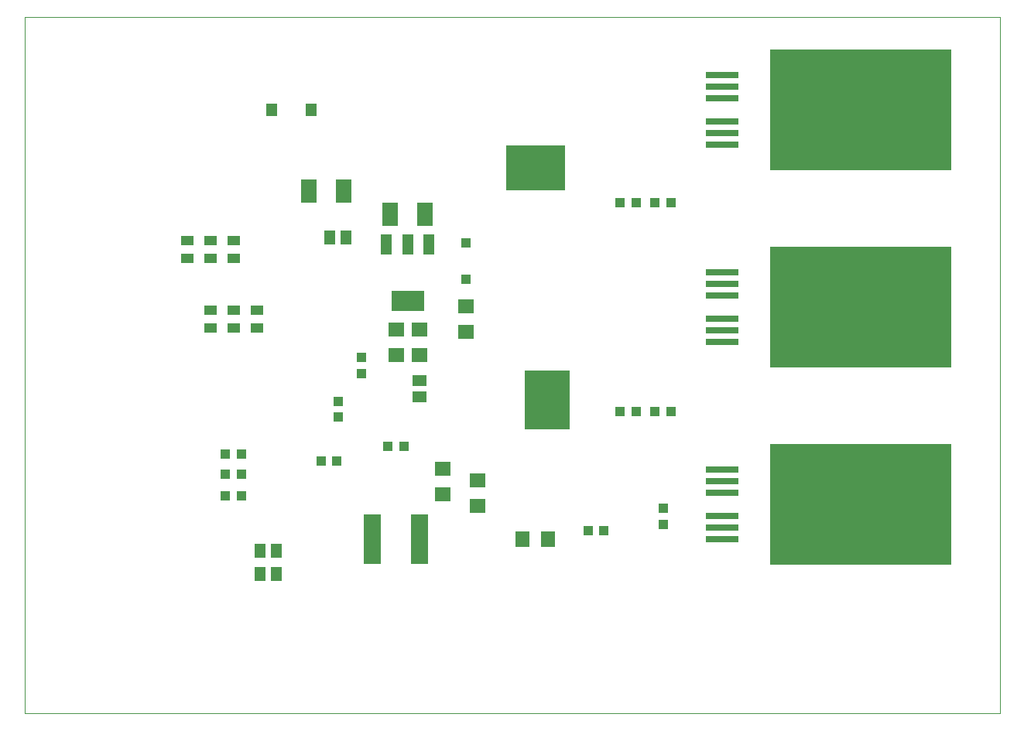
<source format=gbp>
G75*
%MOIN*%
%OFA0B0*%
%FSLAX25Y25*%
%IPPOS*%
%LPD*%
%AMOC8*
5,1,8,0,0,1.08239X$1,22.5*
%
%ADD10C,0.00000*%
%ADD11R,0.07087X0.06299*%
%ADD12R,0.05906X0.05118*%
%ADD13R,0.05118X0.05906*%
%ADD14R,0.06299X0.07087*%
%ADD15R,0.07283X0.21654*%
%ADD16R,0.06693X0.09843*%
%ADD17R,0.04331X0.04331*%
%ADD18R,0.05000X0.05787*%
%ADD19R,0.03937X0.04331*%
%ADD20R,0.04331X0.03937*%
%ADD21R,0.05512X0.04331*%
%ADD22R,0.04800X0.08800*%
%ADD23R,0.14173X0.08661*%
%ADD24R,0.25400X0.19200*%
%ADD25R,0.19200X0.25400*%
%ADD26R,0.78000X0.52000*%
%ADD27R,0.14000X0.02800*%
D10*
X0001000Y0001667D02*
X0001000Y0301667D01*
X0421000Y0301667D01*
X0421000Y0001667D01*
X0001000Y0001667D01*
D11*
X0181000Y0096155D03*
X0181000Y0107178D03*
X0196000Y0102178D03*
X0196000Y0091155D03*
X0171000Y0156155D03*
X0161000Y0156155D03*
X0161000Y0167178D03*
X0171000Y0167178D03*
X0191000Y0166155D03*
X0191000Y0177178D03*
D12*
X0171000Y0145013D03*
X0171000Y0138320D03*
D13*
X0109346Y0071667D03*
X0102654Y0071667D03*
X0102654Y0061667D03*
X0109346Y0061667D03*
X0132654Y0206667D03*
X0139346Y0206667D03*
D14*
X0215488Y0076667D03*
X0226512Y0076667D03*
D15*
X0171039Y0076667D03*
X0150961Y0076667D03*
D16*
X0158520Y0216667D03*
X0173480Y0216667D03*
X0138480Y0226667D03*
X0123520Y0226667D03*
D17*
X0191000Y0204344D03*
X0191000Y0188989D03*
D18*
X0124465Y0261667D03*
X0107535Y0261667D03*
D19*
X0257654Y0221667D03*
X0264346Y0221667D03*
X0272654Y0221667D03*
X0279346Y0221667D03*
X0279346Y0131667D03*
X0272654Y0131667D03*
X0264346Y0131667D03*
X0257654Y0131667D03*
X0250596Y0080417D03*
X0243904Y0080417D03*
X0164346Y0116667D03*
X0157654Y0116667D03*
X0135596Y0110417D03*
X0128904Y0110417D03*
X0094346Y0113542D03*
X0087654Y0113542D03*
X0087654Y0104792D03*
X0094346Y0104792D03*
X0094346Y0095417D03*
X0087654Y0095417D03*
D20*
X0136000Y0129570D03*
X0136000Y0136263D03*
X0146000Y0148320D03*
X0146000Y0155013D03*
X0276000Y0090013D03*
X0276000Y0083320D03*
D21*
X0101000Y0167730D03*
X0091000Y0167730D03*
X0081000Y0167730D03*
X0081000Y0175604D03*
X0091000Y0175604D03*
X0101000Y0175604D03*
X0091000Y0197730D03*
X0091000Y0205604D03*
X0081000Y0205604D03*
X0081000Y0197730D03*
X0071000Y0197730D03*
X0071000Y0205604D03*
D22*
X0156900Y0203867D03*
X0166000Y0203867D03*
X0175100Y0203867D03*
D23*
X0166000Y0179466D03*
D24*
X0221000Y0236667D03*
D25*
X0226000Y0136667D03*
D26*
X0361000Y0176667D03*
X0361000Y0261667D03*
X0361000Y0091667D03*
D27*
X0301450Y0096667D03*
X0301450Y0101667D03*
X0301450Y0106667D03*
X0301450Y0086667D03*
X0301450Y0081667D03*
X0301450Y0076667D03*
X0301450Y0161667D03*
X0301450Y0166667D03*
X0301450Y0171667D03*
X0301450Y0181667D03*
X0301450Y0186667D03*
X0301450Y0191667D03*
X0301450Y0246667D03*
X0301450Y0251667D03*
X0301450Y0256667D03*
X0301450Y0266667D03*
X0301450Y0271667D03*
X0301450Y0276667D03*
M02*

</source>
